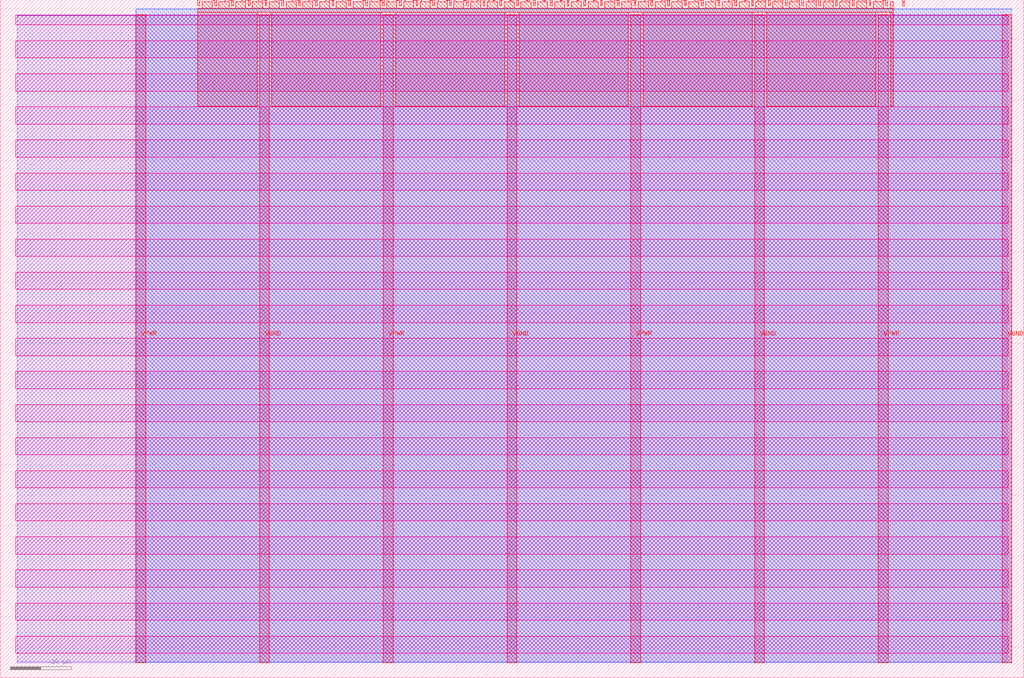
<source format=lef>
VERSION 5.7 ;
  NOWIREEXTENSIONATPIN ON ;
  DIVIDERCHAR "/" ;
  BUSBITCHARS "[]" ;
MACRO tt_um_wokwi_380410498092232705
  CLASS BLOCK ;
  FOREIGN tt_um_wokwi_380410498092232705 ;
  ORIGIN 0.000 0.000 ;
  SIZE 168.360 BY 111.520 ;
  PIN VGND
    DIRECTION INOUT ;
    USE GROUND ;
    PORT
      LAYER met4 ;
        RECT 42.670 2.480 44.270 109.040 ;
    END
    PORT
      LAYER met4 ;
        RECT 83.380 2.480 84.980 109.040 ;
    END
    PORT
      LAYER met4 ;
        RECT 124.090 2.480 125.690 109.040 ;
    END
    PORT
      LAYER met4 ;
        RECT 164.800 2.480 166.400 109.040 ;
    END
  END VGND
  PIN VPWR
    DIRECTION INOUT ;
    USE POWER ;
    PORT
      LAYER met4 ;
        RECT 22.315 2.480 23.915 109.040 ;
    END
    PORT
      LAYER met4 ;
        RECT 63.025 2.480 64.625 109.040 ;
    END
    PORT
      LAYER met4 ;
        RECT 103.735 2.480 105.335 109.040 ;
    END
    PORT
      LAYER met4 ;
        RECT 144.445 2.480 146.045 109.040 ;
    END
  END VPWR
  PIN clk
    DIRECTION INPUT ;
    USE SIGNAL ;
    ANTENNAGATEAREA 0.852000 ;
    PORT
      LAYER met4 ;
        RECT 145.670 110.520 145.970 111.520 ;
    END
  END clk
  PIN ena
    DIRECTION INPUT ;
    USE SIGNAL ;
    PORT
      LAYER met4 ;
        RECT 148.430 110.520 148.730 111.520 ;
    END
  END ena
  PIN rst_n
    DIRECTION INPUT ;
    USE SIGNAL ;
    PORT
      LAYER met4 ;
        RECT 142.910 110.520 143.210 111.520 ;
    END
  END rst_n
  PIN ui_in[0]
    DIRECTION INPUT ;
    USE SIGNAL ;
    PORT
      LAYER met4 ;
        RECT 140.150 110.520 140.450 111.520 ;
    END
  END ui_in[0]
  PIN ui_in[1]
    DIRECTION INPUT ;
    USE SIGNAL ;
    PORT
      LAYER met4 ;
        RECT 137.390 110.520 137.690 111.520 ;
    END
  END ui_in[1]
  PIN ui_in[2]
    DIRECTION INPUT ;
    USE SIGNAL ;
    PORT
      LAYER met4 ;
        RECT 134.630 110.520 134.930 111.520 ;
    END
  END ui_in[2]
  PIN ui_in[3]
    DIRECTION INPUT ;
    USE SIGNAL ;
    PORT
      LAYER met4 ;
        RECT 131.870 110.520 132.170 111.520 ;
    END
  END ui_in[3]
  PIN ui_in[4]
    DIRECTION INPUT ;
    USE SIGNAL ;
    PORT
      LAYER met4 ;
        RECT 129.110 110.520 129.410 111.520 ;
    END
  END ui_in[4]
  PIN ui_in[5]
    DIRECTION INPUT ;
    USE SIGNAL ;
    PORT
      LAYER met4 ;
        RECT 126.350 110.520 126.650 111.520 ;
    END
  END ui_in[5]
  PIN ui_in[6]
    DIRECTION INPUT ;
    USE SIGNAL ;
    ANTENNAGATEAREA 0.213000 ;
    PORT
      LAYER met4 ;
        RECT 123.590 110.520 123.890 111.520 ;
    END
  END ui_in[6]
  PIN ui_in[7]
    DIRECTION INPUT ;
    USE SIGNAL ;
    ANTENNAGATEAREA 0.196500 ;
    PORT
      LAYER met4 ;
        RECT 120.830 110.520 121.130 111.520 ;
    END
  END ui_in[7]
  PIN uio_in[0]
    DIRECTION INPUT ;
    USE SIGNAL ;
    PORT
      LAYER met4 ;
        RECT 118.070 110.520 118.370 111.520 ;
    END
  END uio_in[0]
  PIN uio_in[1]
    DIRECTION INPUT ;
    USE SIGNAL ;
    PORT
      LAYER met4 ;
        RECT 115.310 110.520 115.610 111.520 ;
    END
  END uio_in[1]
  PIN uio_in[2]
    DIRECTION INPUT ;
    USE SIGNAL ;
    PORT
      LAYER met4 ;
        RECT 112.550 110.520 112.850 111.520 ;
    END
  END uio_in[2]
  PIN uio_in[3]
    DIRECTION INPUT ;
    USE SIGNAL ;
    PORT
      LAYER met4 ;
        RECT 109.790 110.520 110.090 111.520 ;
    END
  END uio_in[3]
  PIN uio_in[4]
    DIRECTION INPUT ;
    USE SIGNAL ;
    PORT
      LAYER met4 ;
        RECT 107.030 110.520 107.330 111.520 ;
    END
  END uio_in[4]
  PIN uio_in[5]
    DIRECTION INPUT ;
    USE SIGNAL ;
    PORT
      LAYER met4 ;
        RECT 104.270 110.520 104.570 111.520 ;
    END
  END uio_in[5]
  PIN uio_in[6]
    DIRECTION INPUT ;
    USE SIGNAL ;
    PORT
      LAYER met4 ;
        RECT 101.510 110.520 101.810 111.520 ;
    END
  END uio_in[6]
  PIN uio_in[7]
    DIRECTION INPUT ;
    USE SIGNAL ;
    PORT
      LAYER met4 ;
        RECT 98.750 110.520 99.050 111.520 ;
    END
  END uio_in[7]
  PIN uio_oe[0]
    DIRECTION OUTPUT TRISTATE ;
    USE SIGNAL ;
    PORT
      LAYER met4 ;
        RECT 51.830 110.520 52.130 111.520 ;
    END
  END uio_oe[0]
  PIN uio_oe[1]
    DIRECTION OUTPUT TRISTATE ;
    USE SIGNAL ;
    PORT
      LAYER met4 ;
        RECT 49.070 110.520 49.370 111.520 ;
    END
  END uio_oe[1]
  PIN uio_oe[2]
    DIRECTION OUTPUT TRISTATE ;
    USE SIGNAL ;
    PORT
      LAYER met4 ;
        RECT 46.310 110.520 46.610 111.520 ;
    END
  END uio_oe[2]
  PIN uio_oe[3]
    DIRECTION OUTPUT TRISTATE ;
    USE SIGNAL ;
    PORT
      LAYER met4 ;
        RECT 43.550 110.520 43.850 111.520 ;
    END
  END uio_oe[3]
  PIN uio_oe[4]
    DIRECTION OUTPUT TRISTATE ;
    USE SIGNAL ;
    PORT
      LAYER met4 ;
        RECT 40.790 110.520 41.090 111.520 ;
    END
  END uio_oe[4]
  PIN uio_oe[5]
    DIRECTION OUTPUT TRISTATE ;
    USE SIGNAL ;
    PORT
      LAYER met4 ;
        RECT 38.030 110.520 38.330 111.520 ;
    END
  END uio_oe[5]
  PIN uio_oe[6]
    DIRECTION OUTPUT TRISTATE ;
    USE SIGNAL ;
    PORT
      LAYER met4 ;
        RECT 35.270 110.520 35.570 111.520 ;
    END
  END uio_oe[6]
  PIN uio_oe[7]
    DIRECTION OUTPUT TRISTATE ;
    USE SIGNAL ;
    PORT
      LAYER met4 ;
        RECT 32.510 110.520 32.810 111.520 ;
    END
  END uio_oe[7]
  PIN uio_out[0]
    DIRECTION OUTPUT TRISTATE ;
    USE SIGNAL ;
    PORT
      LAYER met4 ;
        RECT 73.910 110.520 74.210 111.520 ;
    END
  END uio_out[0]
  PIN uio_out[1]
    DIRECTION OUTPUT TRISTATE ;
    USE SIGNAL ;
    PORT
      LAYER met4 ;
        RECT 71.150 110.520 71.450 111.520 ;
    END
  END uio_out[1]
  PIN uio_out[2]
    DIRECTION OUTPUT TRISTATE ;
    USE SIGNAL ;
    PORT
      LAYER met4 ;
        RECT 68.390 110.520 68.690 111.520 ;
    END
  END uio_out[2]
  PIN uio_out[3]
    DIRECTION OUTPUT TRISTATE ;
    USE SIGNAL ;
    PORT
      LAYER met4 ;
        RECT 65.630 110.520 65.930 111.520 ;
    END
  END uio_out[3]
  PIN uio_out[4]
    DIRECTION OUTPUT TRISTATE ;
    USE SIGNAL ;
    PORT
      LAYER met4 ;
        RECT 62.870 110.520 63.170 111.520 ;
    END
  END uio_out[4]
  PIN uio_out[5]
    DIRECTION OUTPUT TRISTATE ;
    USE SIGNAL ;
    PORT
      LAYER met4 ;
        RECT 60.110 110.520 60.410 111.520 ;
    END
  END uio_out[5]
  PIN uio_out[6]
    DIRECTION OUTPUT TRISTATE ;
    USE SIGNAL ;
    PORT
      LAYER met4 ;
        RECT 57.350 110.520 57.650 111.520 ;
    END
  END uio_out[6]
  PIN uio_out[7]
    DIRECTION OUTPUT TRISTATE ;
    USE SIGNAL ;
    PORT
      LAYER met4 ;
        RECT 54.590 110.520 54.890 111.520 ;
    END
  END uio_out[7]
  PIN uo_out[0]
    DIRECTION OUTPUT TRISTATE ;
    USE SIGNAL ;
    ANTENNADIFFAREA 0.445500 ;
    PORT
      LAYER met4 ;
        RECT 95.990 110.520 96.290 111.520 ;
    END
  END uo_out[0]
  PIN uo_out[1]
    DIRECTION OUTPUT TRISTATE ;
    USE SIGNAL ;
    ANTENNADIFFAREA 0.795200 ;
    PORT
      LAYER met4 ;
        RECT 93.230 110.520 93.530 111.520 ;
    END
  END uo_out[1]
  PIN uo_out[2]
    DIRECTION OUTPUT TRISTATE ;
    USE SIGNAL ;
    PORT
      LAYER met4 ;
        RECT 90.470 110.520 90.770 111.520 ;
    END
  END uo_out[2]
  PIN uo_out[3]
    DIRECTION OUTPUT TRISTATE ;
    USE SIGNAL ;
    PORT
      LAYER met4 ;
        RECT 87.710 110.520 88.010 111.520 ;
    END
  END uo_out[3]
  PIN uo_out[4]
    DIRECTION OUTPUT TRISTATE ;
    USE SIGNAL ;
    PORT
      LAYER met4 ;
        RECT 84.950 110.520 85.250 111.520 ;
    END
  END uo_out[4]
  PIN uo_out[5]
    DIRECTION OUTPUT TRISTATE ;
    USE SIGNAL ;
    PORT
      LAYER met4 ;
        RECT 82.190 110.520 82.490 111.520 ;
    END
  END uo_out[5]
  PIN uo_out[6]
    DIRECTION OUTPUT TRISTATE ;
    USE SIGNAL ;
    PORT
      LAYER met4 ;
        RECT 79.430 110.520 79.730 111.520 ;
    END
  END uo_out[6]
  PIN uo_out[7]
    DIRECTION OUTPUT TRISTATE ;
    USE SIGNAL ;
    ANTENNADIFFAREA 0.795200 ;
    PORT
      LAYER met4 ;
        RECT 76.670 110.520 76.970 111.520 ;
    END
  END uo_out[7]
  OBS
      LAYER nwell ;
        RECT 2.570 107.385 165.790 108.990 ;
        RECT 2.570 101.945 165.790 104.775 ;
        RECT 2.570 96.505 165.790 99.335 ;
        RECT 2.570 91.065 165.790 93.895 ;
        RECT 2.570 85.625 165.790 88.455 ;
        RECT 2.570 80.185 165.790 83.015 ;
        RECT 2.570 74.745 165.790 77.575 ;
        RECT 2.570 69.305 165.790 72.135 ;
        RECT 2.570 63.865 165.790 66.695 ;
        RECT 2.570 58.425 165.790 61.255 ;
        RECT 2.570 52.985 165.790 55.815 ;
        RECT 2.570 47.545 165.790 50.375 ;
        RECT 2.570 42.105 165.790 44.935 ;
        RECT 2.570 36.665 165.790 39.495 ;
        RECT 2.570 31.225 165.790 34.055 ;
        RECT 2.570 25.785 165.790 28.615 ;
        RECT 2.570 20.345 165.790 23.175 ;
        RECT 2.570 14.905 165.790 17.735 ;
        RECT 2.570 9.465 165.790 12.295 ;
        RECT 2.570 4.025 165.790 6.855 ;
      LAYER li1 ;
        RECT 2.760 2.635 165.600 108.885 ;
      LAYER met1 ;
        RECT 2.760 2.480 166.400 109.040 ;
      LAYER met2 ;
        RECT 22.345 2.535 166.370 110.005 ;
      LAYER met3 ;
        RECT 22.325 2.555 166.390 109.985 ;
      LAYER met4 ;
        RECT 33.210 110.120 34.870 111.170 ;
        RECT 35.970 110.120 37.630 111.170 ;
        RECT 38.730 110.120 40.390 111.170 ;
        RECT 41.490 110.120 43.150 111.170 ;
        RECT 44.250 110.120 45.910 111.170 ;
        RECT 47.010 110.120 48.670 111.170 ;
        RECT 49.770 110.120 51.430 111.170 ;
        RECT 52.530 110.120 54.190 111.170 ;
        RECT 55.290 110.120 56.950 111.170 ;
        RECT 58.050 110.120 59.710 111.170 ;
        RECT 60.810 110.120 62.470 111.170 ;
        RECT 63.570 110.120 65.230 111.170 ;
        RECT 66.330 110.120 67.990 111.170 ;
        RECT 69.090 110.120 70.750 111.170 ;
        RECT 71.850 110.120 73.510 111.170 ;
        RECT 74.610 110.120 76.270 111.170 ;
        RECT 77.370 110.120 79.030 111.170 ;
        RECT 80.130 110.120 81.790 111.170 ;
        RECT 82.890 110.120 84.550 111.170 ;
        RECT 85.650 110.120 87.310 111.170 ;
        RECT 88.410 110.120 90.070 111.170 ;
        RECT 91.170 110.120 92.830 111.170 ;
        RECT 93.930 110.120 95.590 111.170 ;
        RECT 96.690 110.120 98.350 111.170 ;
        RECT 99.450 110.120 101.110 111.170 ;
        RECT 102.210 110.120 103.870 111.170 ;
        RECT 104.970 110.120 106.630 111.170 ;
        RECT 107.730 110.120 109.390 111.170 ;
        RECT 110.490 110.120 112.150 111.170 ;
        RECT 113.250 110.120 114.910 111.170 ;
        RECT 116.010 110.120 117.670 111.170 ;
        RECT 118.770 110.120 120.430 111.170 ;
        RECT 121.530 110.120 123.190 111.170 ;
        RECT 124.290 110.120 125.950 111.170 ;
        RECT 127.050 110.120 128.710 111.170 ;
        RECT 129.810 110.120 131.470 111.170 ;
        RECT 132.570 110.120 134.230 111.170 ;
        RECT 135.330 110.120 136.990 111.170 ;
        RECT 138.090 110.120 139.750 111.170 ;
        RECT 140.850 110.120 142.510 111.170 ;
        RECT 143.610 110.120 145.270 111.170 ;
        RECT 146.370 110.120 146.905 111.170 ;
        RECT 32.495 109.440 146.905 110.120 ;
        RECT 32.495 94.015 42.270 109.440 ;
        RECT 44.670 94.015 62.625 109.440 ;
        RECT 65.025 94.015 82.980 109.440 ;
        RECT 85.380 94.015 103.335 109.440 ;
        RECT 105.735 94.015 123.690 109.440 ;
        RECT 126.090 94.015 144.045 109.440 ;
        RECT 146.445 94.015 146.905 109.440 ;
  END
END tt_um_wokwi_380410498092232705
END LIBRARY


</source>
